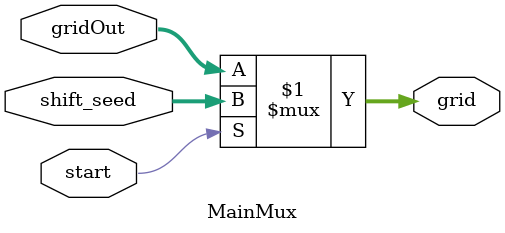
<source format=sv>
module MainMux (shift_seed, gridOut, start, grid); 
  input logic [63:0] shift_seed;
  input logic [63:0] gridOut;
  input logic start;
  output logic [63:0] grid;

  assign grid[63:0] = start ? shift_seed[63:0] : gridOut[63:0]; 

endmodule
</source>
